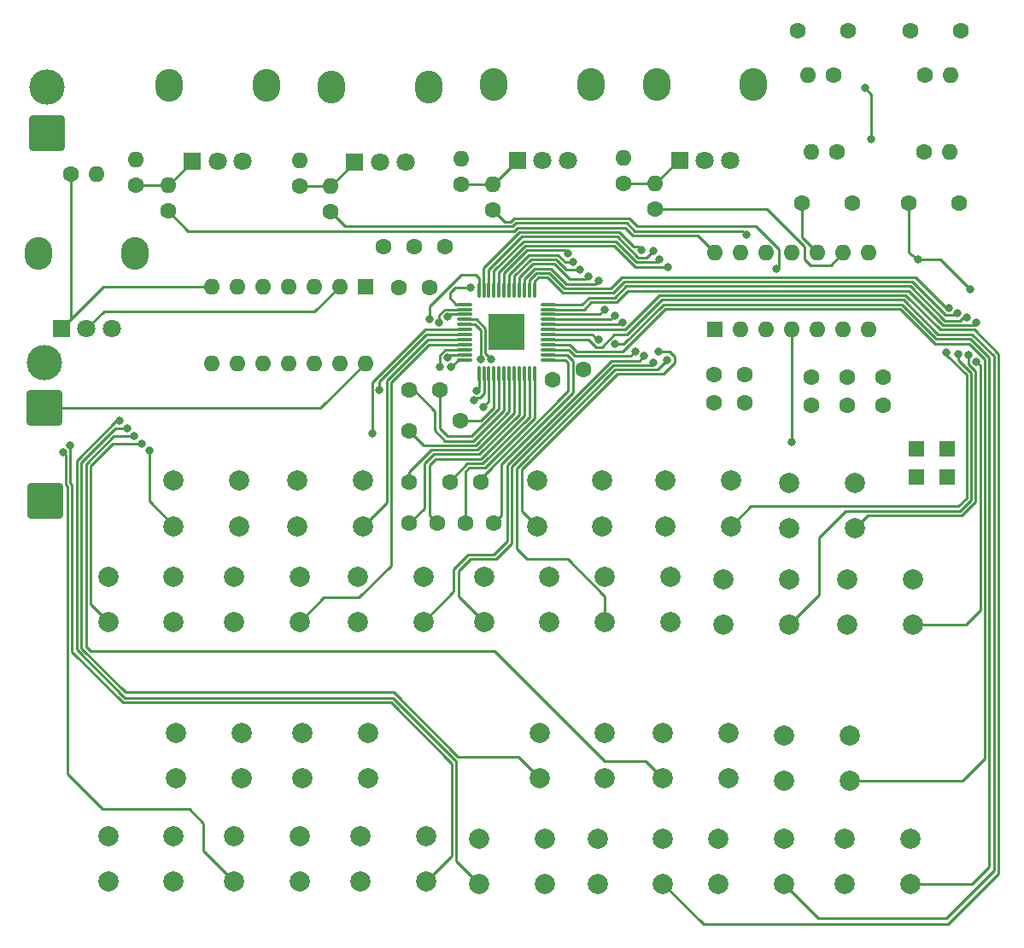
<source format=gbr>
%TF.GenerationSoftware,KiCad,Pcbnew,7.0.1-2.fc37*%
%TF.CreationDate,2023-04-06T11:21:41-04:00*%
%TF.ProjectId,synthesizer,73796e74-6865-4736-997a-65722e6b6963,rev?*%
%TF.SameCoordinates,Original*%
%TF.FileFunction,Copper,L1,Top*%
%TF.FilePolarity,Positive*%
%FSLAX46Y46*%
G04 Gerber Fmt 4.6, Leading zero omitted, Abs format (unit mm)*
G04 Created by KiCad (PCBNEW 7.0.1-2.fc37) date 2023-04-06 11:21:41*
%MOMM*%
%LPD*%
G01*
G04 APERTURE LIST*
G04 Aperture macros list*
%AMRoundRect*
0 Rectangle with rounded corners*
0 $1 Rounding radius*
0 $2 $3 $4 $5 $6 $7 $8 $9 X,Y pos of 4 corners*
0 Add a 4 corners polygon primitive as box body*
4,1,4,$2,$3,$4,$5,$6,$7,$8,$9,$2,$3,0*
0 Add four circle primitives for the rounded corners*
1,1,$1+$1,$2,$3*
1,1,$1+$1,$4,$5*
1,1,$1+$1,$6,$7*
1,1,$1+$1,$8,$9*
0 Add four rect primitives between the rounded corners*
20,1,$1+$1,$2,$3,$4,$5,0*
20,1,$1+$1,$4,$5,$6,$7,0*
20,1,$1+$1,$6,$7,$8,$9,0*
20,1,$1+$1,$8,$9,$2,$3,0*%
G04 Aperture macros list end*
%TA.AperFunction,ComponentPad*%
%ADD10C,2.000000*%
%TD*%
%TA.AperFunction,ComponentPad*%
%ADD11C,1.600000*%
%TD*%
%TA.AperFunction,ComponentPad*%
%ADD12RoundRect,0.250000X-0.550000X-0.550000X0.550000X-0.550000X0.550000X0.550000X-0.550000X0.550000X0*%
%TD*%
%TA.AperFunction,ComponentPad*%
%ADD13O,1.600000X1.600000*%
%TD*%
%TA.AperFunction,ComponentPad*%
%ADD14R,1.600000X1.600000*%
%TD*%
%TA.AperFunction,ComponentPad*%
%ADD15O,2.720000X3.240000*%
%TD*%
%TA.AperFunction,ComponentPad*%
%ADD16R,1.800000X1.800000*%
%TD*%
%TA.AperFunction,ComponentPad*%
%ADD17C,1.800000*%
%TD*%
%TA.AperFunction,ComponentPad*%
%ADD18C,3.500000*%
%TD*%
%TA.AperFunction,SMDPad,CuDef*%
%ADD19RoundRect,0.075000X-0.662500X-0.075000X0.662500X-0.075000X0.662500X0.075000X-0.662500X0.075000X0*%
%TD*%
%TA.AperFunction,SMDPad,CuDef*%
%ADD20RoundRect,0.075000X-0.075000X-0.662500X0.075000X-0.662500X0.075000X0.662500X-0.075000X0.662500X0*%
%TD*%
%TA.AperFunction,SMDPad,CuDef*%
%ADD21R,3.600000X3.600000*%
%TD*%
%TA.AperFunction,ComponentPad*%
%ADD22RoundRect,0.250002X-1.499998X-1.499998X1.499998X-1.499998X1.499998X1.499998X-1.499998X1.499998X0*%
%TD*%
%TA.AperFunction,ViaPad*%
%ADD23C,0.800000*%
%TD*%
%TA.AperFunction,Conductor*%
%ADD24C,0.250000*%
%TD*%
G04 APERTURE END LIST*
D10*
%TO.P,F#_4,1,1*%
%TO.N,/3v3*%
X79250000Y-105000000D03*
X85750000Y-105000000D03*
%TO.P,F#_4,2,2*%
%TO.N,/P3.2*%
X79250000Y-109500000D03*
X85750000Y-109500000D03*
%TD*%
D11*
%TO.P,C_Sin1,1*%
%TO.N,/Sine_Analog*%
X121145000Y-77470000D03*
%TO.P,C_Sin1,2*%
%TO.N,/GND*%
X116145000Y-77470000D03*
%TD*%
D10*
%TO.P,D_3,1,1*%
%TO.N,/3v3*%
X49250000Y-140250000D03*
X55750000Y-140250000D03*
%TO.P,D_3,2,2*%
%TO.N,/P1.2*%
X49250000Y-144750000D03*
X55750000Y-144750000D03*
%TD*%
D12*
%TO.P,3v3,1*%
%TO.N,/3v3*%
X116840000Y-101854000D03*
%TD*%
D11*
%TO.P,R3,1*%
%TO.N,/Sine_Isolated*%
X42700000Y-78240000D03*
D13*
%TO.P,R3,2*%
%TO.N,/Sine_Divided*%
X42700000Y-75700000D03*
%TD*%
D14*
%TO.P,U2,1,BIAS*%
%TO.N,unconnected-(U2A-BIAS-Pad1)*%
X62230000Y-85725000D03*
D13*
%TO.P,U2,2*%
%TO.N,/Audio_Out*%
X59690000Y-85725000D03*
%TO.P,U2,3,GND*%
%TO.N,/GND*%
X57150000Y-85725000D03*
%TO.P,U2,4,GND*%
X54610000Y-85725000D03*
%TO.P,U2,5,GND*%
X52070000Y-85725000D03*
%TO.P,U2,6,+*%
%TO.N,/Mixed*%
X49530000Y-85725000D03*
%TO.P,U2,7,-*%
%TO.N,Net-(U2A--)*%
X46990000Y-85725000D03*
%TO.P,U2,8,-*%
%TO.N,unconnected-(U2B---Pad8)*%
X46990000Y-93345000D03*
%TO.P,U2,9,+*%
%TO.N,unconnected-(U2B-+-Pad9)*%
X49530000Y-93345000D03*
%TO.P,U2,10,GND*%
%TO.N,/GND*%
X52070000Y-93345000D03*
%TO.P,U2,11,GND*%
X54610000Y-93345000D03*
%TO.P,U2,12,GND*%
X57150000Y-93345000D03*
%TO.P,U2,13*%
%TO.N,unconnected-(U2-Pad13)*%
X59690000Y-93345000D03*
%TO.P,U2,14,V+*%
%TO.N,/9v*%
X62230000Y-93345000D03*
%TD*%
D10*
%TO.P,A#_4,1,1*%
%TO.N,/3v3*%
X104250000Y-105250000D03*
X110750000Y-105250000D03*
%TO.P,A#_4,2,2*%
%TO.N,/P3.6*%
X104250000Y-109750000D03*
X110750000Y-109750000D03*
%TD*%
%TO.P,C_4,1,1*%
%TO.N,/3v3*%
X36750000Y-114500000D03*
X43250000Y-114500000D03*
%TO.P,C_4,2,2*%
%TO.N,/P2.4*%
X36750000Y-119000000D03*
X43250000Y-119000000D03*
%TD*%
%TO.P,E_4,1,1*%
%TO.N,/3v3*%
X61500000Y-114500000D03*
X68000000Y-114500000D03*
%TO.P,E_4,2,2*%
%TO.N,/P3.0*%
X61500000Y-119000000D03*
X68000000Y-119000000D03*
%TD*%
D11*
%TO.P,R2,1*%
%TO.N,/Square_Isolated*%
X91000000Y-78045000D03*
D13*
%TO.P,R2,2*%
%TO.N,/Square_Divided*%
X91000000Y-75505000D03*
%TD*%
D11*
%TO.P,40,1*%
%TO.N,unconnected-(MSP430FR1-P5.3{slash}TB2TRG{slash}A11-Pad40)*%
X65532000Y-85852000D03*
%TD*%
%TO.P,20,1*%
%TO.N,unconnected-(MSP430FR1-P6.2{slash}TB3.3-Pad20)*%
X66600000Y-105156000D03*
%TD*%
D15*
%TO.P,R_Sine_Mix1,*%
%TO.N,*%
X42800000Y-65800000D03*
X52400000Y-65800000D03*
D16*
%TO.P,R_Sine_Mix1,1,1*%
%TO.N,/Sine_Divided*%
X45100000Y-73300000D03*
D17*
%TO.P,R_Sine_Mix1,2,2*%
%TO.N,/Mixed*%
X47600000Y-73300000D03*
%TO.P,R_Sine_Mix1,3,3*%
%TO.N,/GND*%
X50100000Y-73300000D03*
%TD*%
D11*
%TO.P,GND,1*%
%TO.N,/GND*%
X109982000Y-94742000D03*
%TD*%
%TO.P,GND,1*%
%TO.N,/GND*%
X113538000Y-97536000D03*
%TD*%
%TO.P,GND,1*%
%TO.N,/GND*%
X106426000Y-97536000D03*
%TD*%
%TO.P,24,1*%
%TO.N,/UART_MSP_RX*%
X72136000Y-109220000D03*
%TD*%
%TO.P,R7,1*%
%TO.N,/Sawtooth_Isolated*%
X58825000Y-78330000D03*
D13*
%TO.P,R7,2*%
%TO.N,/Sawtooth_Divided*%
X58825000Y-75790000D03*
%TD*%
D11*
%TO.P,18,1*%
%TO.N,unconnected-(MSP430FR1-P6.4{slash}TB3.5-Pad18)*%
X66600000Y-96012000D03*
%TD*%
%TO.P,GND,1*%
%TO.N,/GND*%
X109982000Y-97536000D03*
%TD*%
D12*
%TO.P,3v3,1*%
%TO.N,/3v3*%
X116840000Y-104648000D03*
%TD*%
D14*
%TO.P,U3,1*%
%TO.N,/Sawtooth_Isolated*%
X96920000Y-90020000D03*
D13*
%TO.P,U3,2,-*%
X99460000Y-90020000D03*
%TO.P,U3,3,+*%
%TO.N,/Sawtooth_Analog*%
X102000000Y-90020000D03*
%TO.P,U3,4,V+*%
%TO.N,/3v3*%
X104540000Y-90020000D03*
%TO.P,U3,5,+*%
%TO.N,/Triangle_Analog*%
X107080000Y-90020000D03*
%TO.P,U3,6,-*%
%TO.N,/Triangle_Isolated*%
X109620000Y-90020000D03*
%TO.P,U3,7*%
X112160000Y-90020000D03*
%TO.P,U3,8*%
%TO.N,/Square_Isolated*%
X112160000Y-82400000D03*
%TO.P,U3,9,-*%
X109620000Y-82400000D03*
%TO.P,U3,10,+*%
%TO.N,/Square_Analog*%
X107080000Y-82400000D03*
%TO.P,U3,11,V-*%
%TO.N,/GND*%
X104540000Y-82400000D03*
%TO.P,U3,12,+*%
%TO.N,/Sine_Analog*%
X102000000Y-82400000D03*
%TO.P,U3,13,-*%
%TO.N,/Sine_Isolated*%
X99460000Y-82400000D03*
%TO.P,U3,14*%
X96920000Y-82400000D03*
%TD*%
D10*
%TO.P,F#_3,1,1*%
%TO.N,/3v3*%
X79500000Y-130000000D03*
X86000000Y-130000000D03*
%TO.P,F#_3,2,2*%
%TO.N,/P1.6*%
X79500000Y-134500000D03*
X86000000Y-134500000D03*
%TD*%
D11*
%TO.P,16,1*%
%TO.N,unconnected-(MSP430FR1-P6.6{slash}TB3CLK-Pad16)*%
X71628000Y-99060000D03*
%TD*%
%TO.P,NC,1*%
%TO.N,N/C*%
X99822000Y-94488000D03*
%TD*%
%TO.P,41,1*%
%TO.N,unconnected-(MSP430FR1-P5.2{slash}TB2CLK{slash}A10-Pad41)*%
X70104000Y-81788000D03*
%TD*%
%TO.P,43,1*%
%TO.N,unconnected-(MSP430FR1-P5.0{slash}TB2.1{slash}MFM.RX{slash}A8-Pad43)*%
X64008000Y-81788000D03*
%TD*%
D10*
%TO.P,A_3,1,1*%
%TO.N,/3v3*%
X97250000Y-140500000D03*
X103750000Y-140500000D03*
%TO.P,A_3,2,2*%
%TO.N,/P2.1*%
X97250000Y-145000000D03*
X103750000Y-145000000D03*
%TD*%
D11*
%TO.P,C_Saw1,1*%
%TO.N,/Sawtooth_Analog*%
X121245000Y-60325000D03*
%TO.P,C_Saw1,2*%
%TO.N,/GND*%
X116245000Y-60325000D03*
%TD*%
%TO.P,R_Sq1,1*%
%TO.N,/Square_PWM*%
X108985000Y-72395000D03*
D13*
%TO.P,R_Sq1,2*%
%TO.N,/Square_Analog*%
X106445000Y-72395000D03*
%TD*%
D10*
%TO.P,B_3,1,1*%
%TO.N,/3v3*%
X109750000Y-140500000D03*
X116250000Y-140500000D03*
%TO.P,B_3,2,2*%
%TO.N,/P2.3*%
X109750000Y-145000000D03*
X116250000Y-145000000D03*
%TD*%
D15*
%TO.P,R_Triangle_Mix1,*%
%TO.N,*%
X75000000Y-65725000D03*
X84600000Y-65725000D03*
D16*
%TO.P,R_Triangle_Mix1,1,1*%
%TO.N,/Triangle_Divided*%
X77300000Y-73225000D03*
D17*
%TO.P,R_Triangle_Mix1,2,2*%
%TO.N,/Mixed*%
X79800000Y-73225000D03*
%TO.P,R_Triangle_Mix1,3,3*%
%TO.N,/GND*%
X82300000Y-73225000D03*
%TD*%
D10*
%TO.P,G#_3,1,1*%
%TO.N,/3v3*%
X91750000Y-130000000D03*
X98250000Y-130000000D03*
%TO.P,G#_3,2,2*%
%TO.N,/P2.0*%
X91750000Y-134500000D03*
X98250000Y-134500000D03*
%TD*%
%TO.P,A_4,1,1*%
%TO.N,/3v3*%
X97750000Y-114750000D03*
X104250000Y-114750000D03*
%TO.P,A_4,2,2*%
%TO.N,/P3.5*%
X97750000Y-119250000D03*
X104250000Y-119250000D03*
%TD*%
%TO.P,G_3,1,1*%
%TO.N,/3v3*%
X85250000Y-140500000D03*
X91750000Y-140500000D03*
%TO.P,G_3,2,2*%
%TO.N,/P1.7*%
X85250000Y-145000000D03*
X91750000Y-145000000D03*
%TD*%
D11*
%TO.P,4,1*%
%TO.N,unconnected-(MSP430FR1-TEST{slash}SBWTCK-Pad4)*%
X83820000Y-93980000D03*
%TD*%
D10*
%TO.P,F_3,1,1*%
%TO.N,/3v3*%
X73500000Y-140500000D03*
X80000000Y-140500000D03*
%TO.P,F_3,2,2*%
%TO.N,/P1.5*%
X73500000Y-145000000D03*
X80000000Y-145000000D03*
%TD*%
D18*
%TO.P,GND,1*%
%TO.N,/Audio_Out*%
X30700000Y-65900000D03*
%TD*%
D11*
%TO.P,GND,1*%
%TO.N,/GND*%
X106426000Y-94742000D03*
%TD*%
%TO.P,NC,1*%
%TO.N,N/C*%
X96774000Y-94488000D03*
%TD*%
D10*
%TO.P,D#_4,1,1*%
%TO.N,/3v3*%
X55500000Y-105000000D03*
X62000000Y-105000000D03*
%TO.P,D#_4,2,2*%
%TO.N,/P2.7*%
X55500000Y-109500000D03*
X62000000Y-109500000D03*
%TD*%
%TO.P,E_3,1,1*%
%TO.N,/3v3*%
X61750000Y-140250000D03*
X68250000Y-140250000D03*
%TO.P,E_3,2,2*%
%TO.N,/P1.4*%
X61750000Y-144750000D03*
X68250000Y-144750000D03*
%TD*%
D11*
%TO.P,19,1*%
%TO.N,unconnected-(MSP430FR1-P6.3{slash}TB3.4-Pad19)*%
X66600000Y-100076000D03*
%TD*%
D12*
%TO.P,3v3,1*%
%TO.N,/3v3*%
X119888000Y-104648000D03*
%TD*%
D11*
%TO.P,23,1*%
%TO.N,/UART_MSP_TX*%
X70612000Y-105156000D03*
%TD*%
%TO.P,26,1*%
%TO.N,unconnected-(MSP430FR1-P4.0{slash}UCA1STE{slash}ISOTXD{slash}ISORXD-Pad26)*%
X74930000Y-109220000D03*
%TD*%
%TO.P,R8,1*%
%TO.N,/Sawtooth_Divided*%
X55700000Y-75745000D03*
D13*
%TO.P,R8,2*%
%TO.N,/GND*%
X55700000Y-73205000D03*
%TD*%
D11*
%TO.P,R_Saw1,1*%
%TO.N,/Sawtooth_PWM*%
X117700000Y-64770000D03*
D13*
%TO.P,R_Saw1,2*%
%TO.N,/Sawtooth_Analog*%
X120240000Y-64770000D03*
%TD*%
D11*
%TO.P,R_Sin1,1*%
%TO.N,/Sine_PWM*%
X117600000Y-72400000D03*
D13*
%TO.P,R_Sin1,2*%
%TO.N,/Sine_Analog*%
X120140000Y-72400000D03*
%TD*%
D11*
%TO.P,R1,1*%
%TO.N,/Square_Divided*%
X87800000Y-75540000D03*
D13*
%TO.P,R1,2*%
%TO.N,/GND*%
X87800000Y-73000000D03*
%TD*%
D11*
%TO.P,R_T1,1*%
%TO.N,/Triangle_PWM*%
X108645000Y-64770000D03*
D13*
%TO.P,R_T1,2*%
%TO.N,/Triangle_Analog*%
X106105000Y-64770000D03*
%TD*%
D10*
%TO.P,G_4,1,1*%
%TO.N,/3v3*%
X86000000Y-114500000D03*
X92500000Y-114500000D03*
%TO.P,G_4,2,2*%
%TO.N,/P3.3*%
X86000000Y-119000000D03*
X92500000Y-119000000D03*
%TD*%
D11*
%TO.P,C_T1,1*%
%TO.N,/Triangle_Analog*%
X105100000Y-60325000D03*
%TO.P,C_T1,2*%
%TO.N,/GND*%
X110100000Y-60325000D03*
%TD*%
%TO.P,R6,1*%
%TO.N,/Triangle_Divided*%
X71700000Y-75565000D03*
D13*
%TO.P,R6,2*%
%TO.N,/GND*%
X71700000Y-73025000D03*
%TD*%
D19*
%TO.P,MSP430FR1,1,P1.2/UCB0SIMO/UCB0SDA/TB0TRG/OA0-/A2/Veref-*%
%TO.N,/P1.2*%
X72077500Y-87500000D03*
%TO.P,MSP430FR1,2,P1.1/UCB0CLK/ACLK/OA0O/COMP0.1/A1*%
%TO.N,/P1.1*%
X72077500Y-88000000D03*
%TO.P,MSP430FR1,3,P1.0/UCB0STE/SMCLK/COMP0.0/A0/Veref+*%
%TO.N,/P1.0*%
X72077500Y-88500000D03*
%TO.P,MSP430FR1,4,TEST/SBWTCK*%
%TO.N,unconnected-(MSP430FR1-TEST{slash}SBWTCK-Pad4)*%
X72077500Y-89000000D03*
%TO.P,MSP430FR1,5,RST/NMI/SBWTDIO*%
%TO.N,unconnected-(MSP430FR1-RST{slash}NMI{slash}SBWTDIO-Pad5)*%
X72077500Y-89500000D03*
%TO.P,MSP430FR1,6,DVCC*%
%TO.N,/3v3*%
X72077500Y-90000000D03*
%TO.P,MSP430FR1,7,DVSS*%
%TO.N,/GND*%
X72077500Y-90500000D03*
%TO.P,MSP430FR1,8,P2.7/TB0CLK/XIN*%
%TO.N,/P2.7*%
X72077500Y-91000000D03*
%TO.P,MSP430FR1,9,P2.6/MCLK/XOUT*%
%TO.N,/P2.6*%
X72077500Y-91500000D03*
%TO.P,MSP430FR1,10,P2.5/COMP1.0*%
%TO.N,/P2.5*%
X72077500Y-92000000D03*
%TO.P,MSP430FR1,11,P2.4/COMP1.1*%
%TO.N,/P2.4*%
X72077500Y-92500000D03*
%TO.P,MSP430FR1,12,P4.7/UCB1SOMI/UCB1SCL*%
%TO.N,/Square_PWM*%
X72077500Y-93000000D03*
D20*
%TO.P,MSP430FR1,13,P4.6/UCB1SIMO/UCB1SDA*%
%TO.N,/Triangle_PWM*%
X73490000Y-94412500D03*
%TO.P,MSP430FR1,14,P4.5/UCB1CLK*%
%TO.N,/Sawtooth_PWM*%
X73990000Y-94412500D03*
%TO.P,MSP430FR1,15,P4.4/UCB1STE*%
%TO.N,/Sine_PWM*%
X74490000Y-94412500D03*
%TO.P,MSP430FR1,16,P6.6/TB3CLK*%
%TO.N,unconnected-(MSP430FR1-P6.6{slash}TB3CLK-Pad16)*%
X74990000Y-94412500D03*
%TO.P,MSP430FR1,17,P6.5/TB3.6*%
%TO.N,unconnected-(MSP430FR1-P6.5{slash}TB3.6-Pad17)*%
X75490000Y-94412500D03*
%TO.P,MSP430FR1,18,P6.4/TB3.5*%
%TO.N,unconnected-(MSP430FR1-P6.4{slash}TB3.5-Pad18)*%
X75990000Y-94412500D03*
%TO.P,MSP430FR1,19,P6.3/TB3.4*%
%TO.N,unconnected-(MSP430FR1-P6.3{slash}TB3.4-Pad19)*%
X76490000Y-94412500D03*
%TO.P,MSP430FR1,20,P6.2/TB3.3*%
%TO.N,unconnected-(MSP430FR1-P6.2{slash}TB3.3-Pad20)*%
X76990000Y-94412500D03*
%TO.P,MSP430FR1,21,P6.1/TB3.2*%
%TO.N,unconnected-(MSP430FR1-P6.1{slash}TB3.2-Pad21)*%
X77490000Y-94412500D03*
%TO.P,MSP430FR1,22,P6.0/TB3.1*%
%TO.N,unconnected-(MSP430FR1-P6.0{slash}TB3.1-Pad22)*%
X77990000Y-94412500D03*
%TO.P,MSP430FR1,23,P4.3/UCA1TXD/UCA1SIMO/UCA1TXD*%
%TO.N,/UART_MSP_TX*%
X78490000Y-94412500D03*
%TO.P,MSP430FR1,24,P4.2/UCA1RXD/UCA1SOMI/UCA1RXD*%
%TO.N,/UART_MSP_RX*%
X78990000Y-94412500D03*
D19*
%TO.P,MSP430FR1,25,P4.1/UCA1CLK*%
%TO.N,unconnected-(MSP430FR1-P4.1{slash}UCA1CLK-Pad25)*%
X80402500Y-93000000D03*
%TO.P,MSP430FR1,26,P4.0/UCA1STE/ISOTXD/ISORXD*%
%TO.N,unconnected-(MSP430FR1-P4.0{slash}UCA1STE{slash}ISOTXD{slash}ISORXD-Pad26)*%
X80402500Y-92500000D03*
%TO.P,MSP430FR1,27,P2.3/TB1TRG*%
%TO.N,/P2.3*%
X80402500Y-92000000D03*
%TO.P,MSP430FR1,28,P2.2/TB1CLK*%
%TO.N,/P2.2*%
X80402500Y-91500000D03*
%TO.P,MSP430FR1,29,P2.1/TB1.2/COMP1.O*%
%TO.N,/P2.1*%
X80402500Y-91000000D03*
%TO.P,MSP430FR1,30,P2.0/TB1.1/COMP0.O*%
%TO.N,/P2.0*%
X80402500Y-90500000D03*
%TO.P,MSP430FR1,31,P1.7/UCA0TXD/UCA0SIMO/TB0.2/TDO/A7/VREF+*%
%TO.N,/P1.7*%
X80402500Y-90000000D03*
%TO.P,MSP430FR1,32,P1.6/UCA0RXD/UCA0SOMI/TB0.1/TDI/TCLK/A6*%
%TO.N,/P1.6*%
X80402500Y-89500000D03*
%TO.P,MSP430FR1,33,P1.5/UCA0CLK/TMS/A5*%
%TO.N,/P1.5*%
X80402500Y-89000000D03*
%TO.P,MSP430FR1,34,P1.4/UCA0STE/TCK/A4*%
%TO.N,/P1.4*%
X80402500Y-88500000D03*
%TO.P,MSP430FR1,35,P3.7*%
%TO.N,/P3.7*%
X80402500Y-88000000D03*
%TO.P,MSP430FR1,36,P3.6*%
%TO.N,/P3.6*%
X80402500Y-87500000D03*
D20*
%TO.P,MSP430FR1,37,P3.5*%
%TO.N,/P3.5*%
X78990000Y-86087500D03*
%TO.P,MSP430FR1,38,P3.4/SMCLK*%
%TO.N,/P3.4*%
X78490000Y-86087500D03*
%TO.P,MSP430FR1,39,P5.4*%
%TO.N,unconnected-(MSP430FR1-P5.4-Pad39)*%
X77990000Y-86087500D03*
%TO.P,MSP430FR1,40,P5.3/TB2TRG/A11*%
%TO.N,unconnected-(MSP430FR1-P5.3{slash}TB2TRG{slash}A11-Pad40)*%
X77490000Y-86087500D03*
%TO.P,MSP430FR1,41,P5.2/TB2CLK/A10*%
%TO.N,unconnected-(MSP430FR1-P5.2{slash}TB2CLK{slash}A10-Pad41)*%
X76990000Y-86087500D03*
%TO.P,MSP430FR1,42,P5.1/TB2.2/MFM.TX/A9*%
%TO.N,unconnected-(MSP430FR1-P5.1{slash}TB2.2{slash}MFM.TX{slash}A9-Pad42)*%
X76490000Y-86087500D03*
%TO.P,MSP430FR1,43,P5.0/TB2.1/MFM.RX/A8*%
%TO.N,unconnected-(MSP430FR1-P5.0{slash}TB2.1{slash}MFM.RX{slash}A8-Pad43)*%
X75990000Y-86087500D03*
%TO.P,MSP430FR1,44,P3.3*%
%TO.N,/P3.3*%
X75490000Y-86087500D03*
%TO.P,MSP430FR1,45,P3.2*%
%TO.N,/P3.2*%
X74990000Y-86087500D03*
%TO.P,MSP430FR1,46,P3.1*%
%TO.N,/P3.1*%
X74490000Y-86087500D03*
%TO.P,MSP430FR1,47,P3.0/MCLK*%
%TO.N,/P3.0*%
X73990000Y-86087500D03*
%TO.P,MSP430FR1,48,1.3/UCB0SOMI/UCB0SCL/A3*%
%TO.N,/P1.3*%
X73490000Y-86087500D03*
D21*
%TO.P,MSP430FR1,49*%
%TO.N,N/C*%
X76240000Y-90250000D03*
%TD*%
D11*
%TO.P,42,1*%
%TO.N,unconnected-(MSP430FR1-P5.1{slash}TB2.2{slash}MFM.TX{slash}A9-Pad42)*%
X67056000Y-81788000D03*
%TD*%
D10*
%TO.P,G#_4,1,1*%
%TO.N,/3v3*%
X92000000Y-105000000D03*
X98500000Y-105000000D03*
%TO.P,G#_4,2,2*%
%TO.N,/P3.4*%
X92000000Y-109500000D03*
X98500000Y-109500000D03*
%TD*%
%TO.P,D#_3,1,1*%
%TO.N,/3v3*%
X56000000Y-130000000D03*
X62500000Y-130000000D03*
%TO.P,D#_3,2,2*%
%TO.N,/P1.3*%
X56000000Y-134500000D03*
X62500000Y-134500000D03*
%TD*%
D15*
%TO.P,R_Volume1,*%
%TO.N,*%
X29800000Y-82425000D03*
X39400000Y-82425000D03*
D16*
%TO.P,R_Volume1,1,1*%
%TO.N,Net-(U2A--)*%
X32100000Y-89925000D03*
D17*
%TO.P,R_Volume1,2,2*%
%TO.N,/Audio_Out*%
X34600000Y-89925000D03*
%TO.P,R_Volume1,3,3*%
%TO.N,unconnected-(R_Volume1-Pad3)*%
X37100000Y-89925000D03*
%TD*%
D11*
%TO.P,R4,1*%
%TO.N,/Sine_Divided*%
X39500000Y-75640000D03*
D13*
%TO.P,R4,2*%
%TO.N,/GND*%
X39500000Y-73100000D03*
%TD*%
D22*
%TO.P,Audio Out,1*%
%TO.N,/Audio_Out*%
X30700000Y-70500000D03*
%TD*%
D18*
%TO.P,GND,1*%
%TO.N,/GND*%
X30400000Y-93300000D03*
%TD*%
D10*
%TO.P,C#_3,1,1*%
%TO.N,/3v3*%
X43500000Y-130000000D03*
X50000000Y-130000000D03*
%TO.P,C#_3,2,2*%
%TO.N,/P1.1*%
X43500000Y-134500000D03*
X50000000Y-134500000D03*
%TD*%
D15*
%TO.P,P_Square_Mix1,*%
%TO.N,*%
X91100000Y-65700000D03*
X100700000Y-65700000D03*
D16*
%TO.P,P_Square_Mix1,1,1*%
%TO.N,/Square_Divided*%
X93400000Y-73200000D03*
D17*
%TO.P,P_Square_Mix1,2,2*%
%TO.N,/Mixed*%
X95900000Y-73200000D03*
%TO.P,P_Square_Mix1,3,3*%
%TO.N,/GND*%
X98400000Y-73200000D03*
%TD*%
D10*
%TO.P,A#_3,1,1*%
%TO.N,/3v3*%
X103750000Y-130250000D03*
X110250000Y-130250000D03*
%TO.P,A#_3,2,2*%
%TO.N,/P2.2*%
X103750000Y-134750000D03*
X110250000Y-134750000D03*
%TD*%
%TO.P,B_4,1,1*%
%TO.N,/3v3*%
X110000000Y-114750000D03*
X116500000Y-114750000D03*
%TO.P,B_4,2,2*%
%TO.N,/P3.7*%
X110000000Y-119250000D03*
X116500000Y-119250000D03*
%TD*%
D12*
%TO.P,3v3,1*%
%TO.N,/3v3*%
X119888000Y-101854000D03*
%TD*%
D15*
%TO.P,R_Sawtooth_Mix1,*%
%TO.N,*%
X58900000Y-65925000D03*
X68500000Y-65925000D03*
D16*
%TO.P,R_Sawtooth_Mix1,1,1*%
%TO.N,/Sawtooth_Divided*%
X61200000Y-73425000D03*
D17*
%TO.P,R_Sawtooth_Mix1,2,2*%
%TO.N,/Mixed*%
X63700000Y-73425000D03*
%TO.P,R_Sawtooth_Mix1,3,3*%
%TO.N,/GND*%
X66200000Y-73425000D03*
%TD*%
D10*
%TO.P,C_3,1,1*%
%TO.N,/3v3*%
X36750000Y-140250000D03*
X43250000Y-140250000D03*
%TO.P,C_3,2,2*%
%TO.N,/P1.0*%
X36750000Y-144750000D03*
X43250000Y-144750000D03*
%TD*%
%TO.P,D_4,1,1*%
%TO.N,/3v3*%
X49250000Y-114500000D03*
X55750000Y-114500000D03*
%TO.P,D_4,2,2*%
%TO.N,/P2.6*%
X49250000Y-119000000D03*
X55750000Y-119000000D03*
%TD*%
D11*
%TO.P,GND,1*%
%TO.N,/GND*%
X113538000Y-94742000D03*
%TD*%
D22*
%TO.P,3.3v,1*%
%TO.N,/3v3*%
X30500000Y-107000000D03*
%TD*%
D11*
%TO.P,R9,1*%
%TO.N,Net-(U2A--)*%
X33060000Y-74600000D03*
D13*
%TO.P,R9,2*%
%TO.N,/GND*%
X35600000Y-74600000D03*
%TD*%
D11*
%TO.P,22,1*%
%TO.N,unconnected-(MSP430FR1-P6.0{slash}TB3.1-Pad22)*%
X69342000Y-109220000D03*
%TD*%
%TO.P,5,1*%
%TO.N,unconnected-(MSP430FR1-RST{slash}NMI{slash}SBWTDIO-Pad5)*%
X80772000Y-94996000D03*
%TD*%
%TO.P,C_Sq1,1*%
%TO.N,/Square_Analog*%
X105490000Y-77470000D03*
%TO.P,C_Sq1,2*%
%TO.N,/GND*%
X110490000Y-77470000D03*
%TD*%
D10*
%TO.P,C#_4,1,1*%
%TO.N,/3v3*%
X43250000Y-105000000D03*
X49750000Y-105000000D03*
%TO.P,C#_4,2,2*%
%TO.N,/P2.5*%
X43250000Y-109500000D03*
X49750000Y-109500000D03*
%TD*%
D11*
%TO.P,25,1*%
%TO.N,unconnected-(MSP430FR1-P4.1{slash}UCA1CLK-Pad25)*%
X73660000Y-105156000D03*
%TD*%
%TO.P,39,1*%
%TO.N,unconnected-(MSP430FR1-P5.4-Pad39)*%
X68580000Y-85852000D03*
%TD*%
D10*
%TO.P,F_4,1,1*%
%TO.N,/3v3*%
X74000000Y-114500000D03*
X80500000Y-114500000D03*
%TO.P,F_4,2,2*%
%TO.N,/P3.1*%
X74000000Y-119000000D03*
X80500000Y-119000000D03*
%TD*%
D11*
%TO.P,R5,1*%
%TO.N,/Triangle_Isolated*%
X74900000Y-78165000D03*
D13*
%TO.P,R5,2*%
%TO.N,/Triangle_Divided*%
X74900000Y-75625000D03*
%TD*%
D22*
%TO.P,9v,1*%
%TO.N,/9v*%
X30400000Y-97800000D03*
%TD*%
D11*
%TO.P,17,1*%
%TO.N,unconnected-(MSP430FR1-P6.5{slash}TB3.6-Pad17)*%
X69596000Y-96012000D03*
%TD*%
%TO.P,21,1*%
%TO.N,unconnected-(MSP430FR1-P6.1{slash}TB3.2-Pad21)*%
X66600000Y-109220000D03*
%TD*%
%TO.P,NC,1*%
%TO.N,N/C*%
X96774000Y-97282000D03*
%TD*%
%TO.P,NC,1*%
%TO.N,N/C*%
X99822000Y-97282000D03*
%TD*%
D23*
%TO.N,/3v3*%
X62900500Y-100300500D03*
X104540000Y-101200000D03*
%TO.N,/P3.6*%
X122075500Y-92500150D03*
X121875837Y-88825500D03*
%TO.N,/P3.5*%
X120898330Y-88375500D03*
X121000000Y-92400000D03*
%TO.N,/P2.3*%
X89009374Y-92148961D03*
X86999403Y-91450500D03*
%TO.N,/P3.7*%
X122833107Y-93166893D03*
X122810632Y-89306794D03*
%TO.N,/P1.1*%
X69559571Y-89275500D03*
%TO.N,/P2.5*%
X69600000Y-93692698D03*
X40800000Y-102000000D03*
%TO.N,/P1.0*%
X70400000Y-88734500D03*
%TO.N,/P2.4*%
X70400000Y-92800000D03*
X40075500Y-101293245D03*
%TO.N,/P1.3*%
X68623916Y-88924000D03*
%TO.N,/P1.2*%
X32251000Y-102200000D03*
X72644000Y-85852000D03*
%TO.N,/P1.4*%
X86000000Y-88000000D03*
X32975500Y-101461874D03*
%TO.N,/P3.0*%
X89875500Y-92647792D03*
X89600000Y-82125500D03*
%TO.N,/P1.6*%
X38626500Y-99837701D03*
X87736683Y-89275500D03*
%TO.N,/P3.2*%
X91324500Y-92200000D03*
X91400000Y-83075500D03*
%TO.N,/P1.5*%
X87000000Y-88600000D03*
X37902000Y-99081665D03*
%TO.N,/P3.1*%
X90817700Y-93250500D03*
X90800000Y-82200000D03*
%TO.N,/P2.0*%
X39351000Y-100562201D03*
X85400000Y-91000000D03*
%TO.N,/P3.4*%
X119870149Y-92245096D03*
X120058158Y-87834098D03*
%TO.N,/P3.3*%
X92187701Y-93012299D03*
X92200000Y-83800000D03*
%TO.N,unconnected-(MSP430FR1-TEST{slash}SBWTCK-Pad4)*%
X74676000Y-92964000D03*
%TO.N,/GND*%
X111760000Y-66040000D03*
X122200000Y-86000000D03*
X112395000Y-71120000D03*
X63625500Y-95974500D03*
X117000000Y-83000000D03*
%TO.N,unconnected-(MSP430FR1-RST{slash}NMI{slash}SBWTDIO-Pad5)*%
X73660000Y-92964000D03*
%TO.N,/Square_PWM*%
X70716070Y-93748211D03*
%TO.N,/Triangle_PWM*%
X73265500Y-96055000D03*
%TO.N,/Sawtooth_PWM*%
X73024500Y-97025012D03*
%TO.N,/Sine_PWM*%
X73913065Y-97694500D03*
%TO.N,unconnected-(MSP430FR1-P5.4-Pad39)*%
X85344000Y-85185500D03*
%TO.N,unconnected-(MSP430FR1-P5.3{slash}TB2TRG{slash}A11-Pad40)*%
X84328000Y-84735500D03*
%TO.N,unconnected-(MSP430FR1-P5.2{slash}TB2CLK{slash}A10-Pad41)*%
X83510755Y-84018755D03*
%TO.N,unconnected-(MSP430FR1-P5.1{slash}TB2.2{slash}MFM.TX{slash}A9-Pad42)*%
X82804000Y-83312000D03*
%TO.N,unconnected-(MSP430FR1-P5.0{slash}TB2.1{slash}MFM.RX{slash}A8-Pad43)*%
X82296000Y-82410500D03*
%TO.N,/Sawtooth_Isolated*%
X100000000Y-80600000D03*
%TO.N,/Triangle_Isolated*%
X103000000Y-84000000D03*
%TD*%
D24*
%TO.N,/3v3*%
X62900500Y-95263104D02*
X62900500Y-95686847D01*
X68163604Y-90000000D02*
X62900500Y-95263104D01*
X104540000Y-90020000D02*
X104540000Y-101200000D01*
X72077500Y-90000000D02*
X68163604Y-90000000D01*
X62900500Y-100300500D02*
X62900500Y-95674195D01*
%TO.N,/P2.2*%
X121450000Y-134750000D02*
X110250000Y-134750000D01*
X91996676Y-87950000D02*
X115240812Y-87950000D01*
X123650000Y-92959188D02*
X123650000Y-132550000D01*
X82500000Y-91500000D02*
X83175000Y-92175000D01*
X115240812Y-87950000D02*
X118690812Y-91400000D01*
X87771676Y-92175000D02*
X91996676Y-87950000D01*
X122090812Y-91400000D02*
X123650000Y-92959188D01*
X87425000Y-92175000D02*
X87771676Y-92175000D01*
X80330000Y-91500000D02*
X82500000Y-91500000D01*
X83175000Y-92175000D02*
X87425000Y-92175000D01*
X123650000Y-132550000D02*
X121450000Y-134750000D01*
X118690812Y-91400000D02*
X122090812Y-91400000D01*
%TO.N,/P3.6*%
X121875837Y-88825500D02*
X121623330Y-88572993D01*
X83707145Y-87560000D02*
X81265685Y-87560000D01*
X122075500Y-93434591D02*
X122750000Y-94109091D01*
X122750000Y-107086396D02*
X121386396Y-108450000D01*
X81205685Y-87500000D02*
X80330000Y-87500000D01*
X121623330Y-88572993D02*
X121623330Y-88675805D01*
X122075500Y-92500150D02*
X122075500Y-93434591D01*
X116262359Y-85700000D02*
X88072884Y-85700000D01*
X84442145Y-86825000D02*
X83707145Y-87560000D01*
X88072884Y-85700000D02*
X86947884Y-86825000D01*
X121623330Y-88675805D02*
X121198635Y-89100500D01*
X121386396Y-108450000D02*
X112050000Y-108450000D01*
X119662859Y-89100500D02*
X116262359Y-85700000D01*
X122750000Y-94109091D02*
X122750000Y-107086396D01*
X81265685Y-87560000D02*
X81205685Y-87500000D01*
X121198635Y-89100500D02*
X119662859Y-89100500D01*
X86947884Y-86825000D02*
X84442145Y-86825000D01*
X112050000Y-108450000D02*
X110750000Y-109750000D01*
%TO.N,/P2.1*%
X124550000Y-143650000D02*
X124550000Y-92586396D01*
X107150000Y-148400000D02*
X119800000Y-148400000D01*
X119800000Y-148400000D02*
X124550000Y-143650000D01*
X84384695Y-91010000D02*
X80330000Y-91010000D01*
X88183231Y-90490653D02*
X86933945Y-90490653D01*
X91623884Y-87050000D02*
X88183231Y-90490653D01*
X115613604Y-87050000D02*
X91623884Y-87050000D01*
X85099695Y-91725000D02*
X84384695Y-91010000D01*
X103750000Y-145000000D02*
X107150000Y-148400000D01*
X85699598Y-91725000D02*
X85099695Y-91725000D01*
X124550000Y-92586396D02*
X122414104Y-90450500D01*
X86933945Y-90490653D02*
X85699598Y-91725000D01*
X122414104Y-90450500D02*
X119014104Y-90450500D01*
X119014104Y-90450500D02*
X115613604Y-87050000D01*
%TO.N,/P3.5*%
X121200000Y-108000000D02*
X109800000Y-108000000D01*
X120714732Y-88559098D02*
X119757853Y-88559098D01*
X122300000Y-106900000D02*
X121200000Y-108000000D01*
X122300000Y-94295487D02*
X122300000Y-106900000D01*
X80264000Y-84836000D02*
X79400396Y-84836000D01*
X107200000Y-110600000D02*
X107200000Y-116300000D01*
X121000000Y-92400000D02*
X121000000Y-92995487D01*
X121000000Y-92995487D02*
X122300000Y-94295487D01*
X81788000Y-86360000D02*
X80264000Y-84836000D01*
X107200000Y-116300000D02*
X104250000Y-119250000D01*
X109800000Y-108000000D02*
X107200000Y-110600000D01*
X86776488Y-86360000D02*
X81788000Y-86360000D01*
X79000000Y-85236396D02*
X79000000Y-86160000D01*
X119757853Y-88559098D02*
X116448755Y-85250000D01*
X120898330Y-88375500D02*
X120714732Y-88559098D01*
X87886488Y-85250000D02*
X86776488Y-86360000D01*
X79400396Y-84836000D02*
X79000000Y-85236396D01*
X116448755Y-85250000D02*
X87886488Y-85250000D01*
%TO.N,/P2.3*%
X87859780Y-91450500D02*
X91810280Y-87500000D01*
X124100000Y-92772792D02*
X124100000Y-143300000D01*
X91810280Y-87500000D02*
X115427208Y-87500000D01*
X115427208Y-87500000D02*
X118827708Y-90900500D01*
X82988604Y-92625000D02*
X82373604Y-92010000D01*
X122400000Y-145000000D02*
X116250000Y-145000000D01*
X82373604Y-92010000D02*
X80330000Y-92010000D01*
X124100000Y-143300000D02*
X122400000Y-145000000D01*
X122227708Y-90900500D02*
X124100000Y-92772792D01*
X89009374Y-92148961D02*
X88533335Y-92625000D01*
X88533335Y-92625000D02*
X82988604Y-92625000D01*
X118827708Y-90900500D02*
X122227708Y-90900500D01*
X86999403Y-91450500D02*
X87859780Y-91450500D01*
%TO.N,/P3.7*%
X84628541Y-87275000D02*
X83893541Y-88010000D01*
X119476463Y-89550500D02*
X116075963Y-86150000D01*
X123200000Y-117800000D02*
X121750000Y-119250000D01*
X123200000Y-93533786D02*
X123200000Y-117800000D01*
X116075963Y-86150000D02*
X88259280Y-86150000D01*
X122810632Y-89306794D02*
X122566926Y-89550500D01*
X87134280Y-87275000D02*
X84628541Y-87275000D01*
X88259280Y-86150000D02*
X87134280Y-87275000D01*
X121750000Y-119250000D02*
X116500000Y-119250000D01*
X83893541Y-88010000D02*
X80330000Y-88010000D01*
X122566926Y-89550500D02*
X119476463Y-89550500D01*
X122833107Y-93166893D02*
X123200000Y-93533786D01*
%TO.N,/P1.1*%
X70099195Y-88010000D02*
X72150000Y-88010000D01*
X69559571Y-89275500D02*
X69559571Y-88549624D01*
X69559571Y-88549624D02*
X70099195Y-88010000D01*
%TO.N,/P2.5*%
X40800000Y-102000000D02*
X40800000Y-107000000D01*
X70164695Y-92010000D02*
X72150000Y-92010000D01*
X69600000Y-92574695D02*
X70164695Y-92010000D01*
X40800000Y-107000000D02*
X43250000Y-109450000D01*
X69600000Y-93692698D02*
X69600000Y-92574695D01*
X43250000Y-109450000D02*
X43250000Y-109500000D01*
%TO.N,/P1.0*%
X70634500Y-88500000D02*
X72150000Y-88500000D01*
X70400000Y-88734500D02*
X70634500Y-88500000D01*
%TO.N,/P2.4*%
X37229450Y-101293245D02*
X35000000Y-103522695D01*
X70690000Y-92510000D02*
X72150000Y-92510000D01*
X35000000Y-117250000D02*
X36750000Y-119000000D01*
X70400000Y-92800000D02*
X70690000Y-92510000D01*
X35000000Y-103522695D02*
X35000000Y-117250000D01*
X40075500Y-101293245D02*
X37229450Y-101293245D01*
%TO.N,/P1.3*%
X68403391Y-88924000D02*
X68623916Y-88924000D01*
X68623916Y-88924000D02*
X68623916Y-88791307D01*
X73200000Y-84600000D02*
X73490000Y-84890000D01*
X68623916Y-87711688D02*
X71735604Y-84600000D01*
X73490000Y-84890000D02*
X73490000Y-86160000D01*
X68623916Y-88791307D02*
X68580000Y-88747391D01*
X68388898Y-88909507D02*
X68403391Y-88924000D01*
X71735604Y-84600000D02*
X73200000Y-84600000D01*
X68623916Y-88924000D02*
X68623916Y-87711688D01*
%TO.N,/P2.7*%
X62000000Y-109500000D02*
X64350000Y-107150000D01*
X64350000Y-95086396D02*
X68426396Y-91010000D01*
X68426396Y-91010000D02*
X72150000Y-91010000D01*
X64350000Y-107150000D02*
X64350000Y-95086396D01*
%TO.N,/P1.2*%
X32700000Y-105548366D02*
X32525500Y-105373866D01*
X71244000Y-87500000D02*
X72077500Y-87500000D01*
X46200000Y-141700000D02*
X46200000Y-139000000D01*
X32525500Y-105373866D02*
X32525500Y-102474500D01*
X36200000Y-137600000D02*
X32700000Y-134100000D01*
X70612000Y-86360000D02*
X70612000Y-86868000D01*
X70612000Y-86868000D02*
X71244000Y-87500000D01*
X46200000Y-139000000D02*
X44800000Y-137600000D01*
X44800000Y-137600000D02*
X36200000Y-137600000D01*
X49250000Y-144750000D02*
X46200000Y-141700000D01*
X71120000Y-85852000D02*
X70612000Y-86360000D01*
X72644000Y-85852000D02*
X71120000Y-85852000D01*
X32700000Y-134100000D02*
X32700000Y-105548366D01*
X32525500Y-102474500D02*
X32251000Y-102200000D01*
%TO.N,/P2.6*%
X55750000Y-119000000D02*
X58150000Y-116600000D01*
X64800000Y-113400000D02*
X64800000Y-95272792D01*
X64800000Y-95272792D02*
X68562792Y-91510000D01*
X61600000Y-116600000D02*
X64800000Y-113400000D01*
X58150000Y-116600000D02*
X61600000Y-116600000D01*
X68562792Y-91510000D02*
X72150000Y-91510000D01*
%TO.N,/P1.4*%
X70800000Y-133036396D02*
X70800000Y-142200000D01*
X70800000Y-142200000D02*
X68250000Y-144750000D01*
X86000000Y-88000000D02*
X85500000Y-88500000D01*
X32975500Y-101461874D02*
X32975500Y-105187470D01*
X38200000Y-127000000D02*
X64763604Y-127000000D01*
X32975500Y-105187470D02*
X33150000Y-105361970D01*
X64763604Y-127000000D02*
X70800000Y-133036396D01*
X85500000Y-88500000D02*
X80330000Y-88500000D01*
X33150000Y-121950000D02*
X38200000Y-127000000D01*
X33150000Y-105361970D02*
X33150000Y-121950000D01*
%TO.N,/P3.0*%
X88873591Y-81788000D02*
X87421591Y-80336000D01*
X74997604Y-112326000D02*
X72457604Y-112326000D01*
X77536436Y-80336000D02*
X73980000Y-83892436D01*
X71000000Y-116000000D02*
X68000000Y-119000000D01*
X71000000Y-113783604D02*
X71000000Y-116000000D01*
X73980000Y-83892436D02*
X73980000Y-86160000D01*
X89262500Y-81788000D02*
X88873591Y-81788000D01*
X76316000Y-103404356D02*
X76316000Y-111007604D01*
X76316000Y-111007604D02*
X74997604Y-112326000D01*
X89600000Y-82125500D02*
X89262500Y-81788000D01*
X89448292Y-93075000D02*
X86645356Y-93075000D01*
X86645356Y-93075000D02*
X76316000Y-103404356D01*
X87421591Y-80336000D02*
X77536436Y-80336000D01*
X72457604Y-112326000D02*
X71000000Y-113783604D01*
X89875500Y-92647792D02*
X89448292Y-93075000D01*
%TO.N,/P1.6*%
X65036396Y-126000000D02*
X71436396Y-132400000D01*
X34100000Y-121627208D02*
X38472792Y-126000000D01*
X77400000Y-132400000D02*
X79500000Y-134500000D01*
X87736683Y-89275500D02*
X87502183Y-89510000D01*
X87502183Y-89510000D02*
X80330000Y-89510000D01*
X38472792Y-126000000D02*
X65036396Y-126000000D01*
X38626500Y-99837701D02*
X37412202Y-99837701D01*
X71436396Y-132400000D02*
X77400000Y-132400000D01*
X37412202Y-99837701D02*
X34100000Y-103149903D01*
X34100000Y-103149903D02*
X34100000Y-121627208D01*
%TO.N,/P3.2*%
X92400707Y-92200000D02*
X91324500Y-92200000D01*
X89113299Y-83300500D02*
X87048799Y-81236000D01*
X92912701Y-93312604D02*
X92912701Y-92711994D01*
X91175000Y-83300500D02*
X89113299Y-83300500D01*
X77909228Y-81236000D02*
X74990000Y-84155228D01*
X79250000Y-109500000D02*
X77724000Y-107974000D01*
X87204544Y-94425000D02*
X91800305Y-94425000D01*
X77724000Y-103905544D02*
X87204544Y-94425000D01*
X87048799Y-81236000D02*
X77909228Y-81236000D01*
X92912701Y-92711994D02*
X92400707Y-92200000D01*
X91400000Y-83075500D02*
X91175000Y-83300500D01*
X91800305Y-94425000D02*
X92912701Y-93312604D01*
X74990000Y-84155228D02*
X74990000Y-86160000D01*
X77724000Y-107974000D02*
X77724000Y-103905544D01*
%TO.N,/P1.5*%
X87000000Y-88600000D02*
X86600000Y-89000000D01*
X71250000Y-132850000D02*
X71250000Y-142750000D01*
X71250000Y-142750000D02*
X73500000Y-145000000D01*
X33600000Y-103000000D02*
X33600000Y-121763604D01*
X37902000Y-99081665D02*
X37518335Y-99081665D01*
X38386396Y-126550000D02*
X64950000Y-126550000D01*
X33600000Y-121763604D02*
X38386396Y-126550000D01*
X37518335Y-99081665D02*
X33600000Y-103000000D01*
X86600000Y-89000000D02*
X80330000Y-89000000D01*
X64950000Y-126550000D02*
X71250000Y-132850000D01*
%TO.N,/P3.1*%
X89299695Y-82850500D02*
X87235195Y-80786000D01*
X86831752Y-93525000D02*
X76766000Y-103590752D01*
X74490000Y-84018832D02*
X74490000Y-86160000D01*
X77722832Y-80786000D02*
X74490000Y-84018832D01*
X87235195Y-80786000D02*
X77722832Y-80786000D01*
X76766000Y-103590752D02*
X76766000Y-111194000D01*
X90543200Y-93525000D02*
X86831752Y-93525000D01*
X71450000Y-113970000D02*
X71450000Y-116450000D01*
X71450000Y-116450000D02*
X74000000Y-119000000D01*
X72644000Y-112776000D02*
X71450000Y-113970000D01*
X90817700Y-93250500D02*
X90543200Y-93525000D01*
X90149500Y-82850500D02*
X89299695Y-82850500D01*
X75184000Y-112776000D02*
X72644000Y-112776000D01*
X90800000Y-82200000D02*
X90149500Y-82850500D01*
X76766000Y-111194000D02*
X75184000Y-112776000D01*
%TO.N,/P2.0*%
X34550000Y-103336299D02*
X34550000Y-121440812D01*
X75065812Y-121865812D02*
X86000000Y-132800000D01*
X85400000Y-91000000D02*
X85200000Y-91000000D01*
X34975000Y-121865812D02*
X75065812Y-121865812D01*
X37324098Y-100562201D02*
X34550000Y-103336299D01*
X80330000Y-90510000D02*
X84710000Y-90510000D01*
X39351000Y-100562201D02*
X37324098Y-100562201D01*
X34550000Y-121440812D02*
X34975000Y-121865812D01*
X90050000Y-132800000D02*
X91750000Y-134500000D01*
X84710000Y-90510000D02*
X85400000Y-91000000D01*
X86000000Y-132800000D02*
X90050000Y-132800000D01*
%TO.N,/P3.4*%
X116804000Y-84800000D02*
X87700092Y-84800000D01*
X119870149Y-92502032D02*
X121850000Y-94481883D01*
X121013604Y-107550000D02*
X100450000Y-107550000D01*
X121850000Y-106713604D02*
X121013604Y-107550000D01*
X87700092Y-84800000D02*
X86590092Y-85910000D01*
X121850000Y-94481883D02*
X121850000Y-106713604D01*
X100450000Y-107550000D02*
X98500000Y-109500000D01*
X119870149Y-92245096D02*
X119870149Y-92502032D01*
X78500000Y-85100000D02*
X78500000Y-86160000D01*
X81974396Y-85910000D02*
X80450396Y-84386000D01*
X119838098Y-87834098D02*
X116804000Y-84800000D01*
X120058158Y-87834098D02*
X119838098Y-87834098D01*
X80450396Y-84386000D02*
X79214000Y-84386000D01*
X86590092Y-85910000D02*
X81974396Y-85910000D01*
X79214000Y-84386000D02*
X78500000Y-85100000D01*
%TO.N,/P1.7*%
X95750000Y-149000000D02*
X120000000Y-149000000D01*
X125000000Y-92400000D02*
X122600000Y-90000000D01*
X91400000Y-86637488D02*
X91400000Y-86600000D01*
X119200500Y-90000500D02*
X122600000Y-90000500D01*
X91400000Y-86600000D02*
X115800000Y-86600000D01*
X80340000Y-90000000D02*
X80330000Y-90010000D01*
X125000000Y-144000000D02*
X125000000Y-92400000D01*
X115800000Y-86600000D02*
X119200500Y-90000500D01*
X80402500Y-90000000D02*
X88037488Y-90000000D01*
X88037488Y-90000000D02*
X91400000Y-86637488D01*
X91750000Y-145000000D02*
X95750000Y-149000000D01*
X120000000Y-149000000D02*
X125000000Y-144000000D01*
%TO.N,/P3.3*%
X77216000Y-111760000D02*
X78232000Y-112776000D01*
X78095624Y-81686000D02*
X75500000Y-84281624D01*
X86862403Y-81686000D02*
X78095624Y-81686000D01*
X87018148Y-93975000D02*
X77216000Y-103777148D01*
X86000000Y-116480000D02*
X86000000Y-119000000D01*
X92200000Y-83800000D02*
X88976403Y-83800000D01*
X92187701Y-93012299D02*
X91225000Y-93975000D01*
X77216000Y-103777148D02*
X77216000Y-111760000D01*
X88976403Y-83800000D02*
X86862403Y-81686000D01*
X82296000Y-112776000D02*
X86000000Y-116480000D01*
X75500000Y-84281624D02*
X75500000Y-86160000D01*
X91225000Y-93975000D02*
X87018148Y-93975000D01*
X78232000Y-112776000D02*
X82296000Y-112776000D01*
%TO.N,unconnected-(MSP430FR1-TEST{slash}SBWTCK-Pad4)*%
X73252000Y-89000000D02*
X72077500Y-89000000D01*
X74115000Y-92375000D02*
X74115000Y-89863000D01*
X74676000Y-92936000D02*
X74115000Y-92375000D01*
X74676000Y-92964000D02*
X74676000Y-92936000D01*
X74115000Y-89863000D02*
X73252000Y-89000000D01*
%TO.N,/GND*%
X71030000Y-90500000D02*
X71040000Y-90510000D01*
X111760000Y-66040000D02*
X112395000Y-66675000D01*
X112395000Y-66675000D02*
X112395000Y-71120000D01*
X68700000Y-90500000D02*
X68800000Y-90500000D01*
X116145000Y-82345000D02*
X117000000Y-83000000D01*
X68800000Y-90500000D02*
X71030000Y-90500000D01*
X117000000Y-83000000D02*
X119200000Y-83000000D01*
X119200000Y-83000000D02*
X122200000Y-86000000D01*
X71040000Y-90510000D02*
X72150000Y-90510000D01*
X116145000Y-77470000D02*
X116145000Y-82345000D01*
X63625500Y-95974500D02*
X63625500Y-95174500D01*
X68300000Y-90500000D02*
X68800000Y-90500000D01*
X63625500Y-95174500D02*
X68300000Y-90500000D01*
X117000000Y-83000000D02*
X116800000Y-83000000D01*
%TO.N,unconnected-(MSP430FR1-RST{slash}NMI{slash}SBWTDIO-Pad5)*%
X73115604Y-89500000D02*
X73660000Y-90044396D01*
X73660000Y-90044396D02*
X73660000Y-92964000D01*
X72077500Y-89500000D02*
X73115604Y-89500000D01*
%TO.N,/Square_PWM*%
X71464281Y-93000000D02*
X72077500Y-93000000D01*
X70716070Y-93748211D02*
X71464281Y-93000000D01*
%TO.N,/Triangle_PWM*%
X73265500Y-96055000D02*
X73490000Y-95830500D01*
X73490000Y-95830500D02*
X73490000Y-94412500D01*
%TO.N,/Sawtooth_PWM*%
X73269512Y-96780000D02*
X73565805Y-96780000D01*
X73024500Y-97025012D02*
X73269512Y-96780000D01*
X73565805Y-96780000D02*
X73990000Y-96355805D01*
X73990000Y-96355805D02*
X73990000Y-94412500D01*
%TO.N,unconnected-(MSP430FR1-P6.6{slash}TB3CLK-Pad16)*%
X72136000Y-99060000D02*
X73660000Y-99060000D01*
X74990000Y-97730000D02*
X74990000Y-94412500D01*
X73660000Y-99060000D02*
X74990000Y-97730000D01*
%TO.N,unconnected-(MSP430FR1-P6.5{slash}TB3.6-Pad17)*%
X72772396Y-100584000D02*
X70358000Y-100584000D01*
X69600000Y-96016000D02*
X69596000Y-96012000D01*
X70358000Y-100584000D02*
X69600000Y-99826000D01*
X69600000Y-99826000D02*
X69600000Y-96016000D01*
X75490000Y-97866396D02*
X72772396Y-100584000D01*
X75490000Y-94412500D02*
X75490000Y-97866396D01*
%TO.N,unconnected-(MSP430FR1-P6.4{slash}TB3.5-Pad18)*%
X72958792Y-101034000D02*
X70171604Y-101034000D01*
X75990000Y-98002792D02*
X72958792Y-101034000D01*
X67056000Y-96012000D02*
X66600000Y-96012000D01*
X69150000Y-98106000D02*
X67056000Y-96012000D01*
X70171604Y-101034000D02*
X69150000Y-100012396D01*
X75990000Y-94412500D02*
X75990000Y-98002792D01*
X69150000Y-100012396D02*
X69150000Y-98106000D01*
%TO.N,unconnected-(MSP430FR1-P6.3{slash}TB3.4-Pad19)*%
X73145188Y-101484000D02*
X68008000Y-101484000D01*
X76490000Y-98139188D02*
X73145188Y-101484000D01*
X76490000Y-94412500D02*
X76490000Y-98139188D01*
X68008000Y-101484000D02*
X66600000Y-100076000D01*
%TO.N,unconnected-(MSP430FR1-P6.2{slash}TB3.3-Pad20)*%
X76990000Y-98275584D02*
X73331584Y-101934000D01*
X73331584Y-101934000D02*
X68806000Y-101934000D01*
X76990000Y-94412500D02*
X76990000Y-98275584D01*
X66600000Y-104140000D02*
X66600000Y-105156000D01*
X68806000Y-101934000D02*
X66600000Y-104140000D01*
%TO.N,unconnected-(MSP430FR1-P6.1{slash}TB3.2-Pad21)*%
X68992396Y-102384000D02*
X68072000Y-103304396D01*
X68072000Y-103304396D02*
X68072000Y-107748000D01*
X77490000Y-98411980D02*
X73517980Y-102384000D01*
X77490000Y-94412500D02*
X77490000Y-98411980D01*
X73517980Y-102384000D02*
X68992396Y-102384000D01*
X68072000Y-107748000D02*
X66600000Y-109220000D01*
%TO.N,unconnected-(MSP430FR1-P6.0{slash}TB3.1-Pad22)*%
X77990000Y-94412500D02*
X77990000Y-98548376D01*
X73704376Y-102834000D02*
X69178792Y-102834000D01*
X77990000Y-98548376D02*
X73704376Y-102834000D01*
X68580000Y-103432792D02*
X68580000Y-108458000D01*
X69178792Y-102834000D02*
X68580000Y-103432792D01*
X68580000Y-108458000D02*
X69342000Y-109220000D01*
%TO.N,/Sine_PWM*%
X74490000Y-97117565D02*
X74490000Y-94412500D01*
X73913065Y-97694500D02*
X74490000Y-97117565D01*
%TO.N,/UART_MSP_TX*%
X78490000Y-98684772D02*
X73890772Y-103284000D01*
X72355604Y-103284000D02*
X70612000Y-105027604D01*
X70612000Y-105027604D02*
X70612000Y-105156000D01*
X73890772Y-103284000D02*
X72355604Y-103284000D01*
X78490000Y-94412500D02*
X78490000Y-98684772D01*
%TO.N,unconnected-(MSP430FR1-P4.1{slash}UCA1CLK-Pad25)*%
X73660000Y-104787564D02*
X73660000Y-105156000D01*
X80402500Y-93000000D02*
X82090812Y-93000000D01*
X82354000Y-96093564D02*
X73660000Y-104787564D01*
X82090812Y-93000000D02*
X82354000Y-93263188D01*
X82354000Y-93263188D02*
X82354000Y-96093564D01*
%TO.N,unconnected-(MSP430FR1-P4.0{slash}UCA1STE{slash}ISOTXD{slash}ISORXD-Pad26)*%
X82804000Y-93076792D02*
X82804000Y-96279960D01*
X80402500Y-92500000D02*
X82227208Y-92500000D01*
X75692000Y-103391960D02*
X75692000Y-108458000D01*
X75692000Y-108458000D02*
X74930000Y-109220000D01*
X82804000Y-96279960D02*
X75692000Y-103391960D01*
X82227208Y-92500000D02*
X82804000Y-93076792D01*
%TO.N,unconnected-(MSP430FR1-P5.4-Pad39)*%
X82160792Y-85460000D02*
X80636792Y-83936000D01*
X85344000Y-85185500D02*
X85069500Y-85460000D01*
X80636792Y-83936000D02*
X79027604Y-83936000D01*
X85069500Y-85460000D02*
X82160792Y-85460000D01*
X77990000Y-84973604D02*
X77990000Y-86087500D01*
X79027604Y-83936000D02*
X77990000Y-84973604D01*
%TO.N,unconnected-(MSP430FR1-P5.3{slash}TB2TRG{slash}A11-Pad40)*%
X84328000Y-84735500D02*
X84053500Y-85010000D01*
X80946000Y-83486000D02*
X78841208Y-83486000D01*
X82470000Y-85010000D02*
X80946000Y-83486000D01*
X78841208Y-83486000D02*
X77490000Y-84837208D01*
X77490000Y-84837208D02*
X77490000Y-86087500D01*
X84053500Y-85010000D02*
X82470000Y-85010000D01*
%TO.N,unconnected-(MSP430FR1-P5.2{slash}TB2CLK{slash}A10-Pad41)*%
X81132396Y-83036000D02*
X78654812Y-83036000D01*
X77015000Y-86062500D02*
X76990000Y-86087500D01*
X83492510Y-84037000D02*
X82133396Y-84037000D01*
X78654812Y-83036000D02*
X77015000Y-84675812D01*
X77015000Y-84675812D02*
X77015000Y-86062500D01*
X83510755Y-84018755D02*
X83492510Y-84037000D01*
X82133396Y-84037000D02*
X81132396Y-83036000D01*
%TO.N,unconnected-(MSP430FR1-P5.1{slash}TB2.2{slash}MFM.TX{slash}A9-Pad42)*%
X81318792Y-82586000D02*
X78468416Y-82586000D01*
X76490000Y-84564416D02*
X76490000Y-86087500D01*
X82044792Y-83312000D02*
X81318792Y-82586000D01*
X82804000Y-83312000D02*
X82044792Y-83312000D01*
X78468416Y-82586000D02*
X76490000Y-84564416D01*
%TO.N,unconnected-(MSP430FR1-P5.0{slash}TB2.1{slash}MFM.RX{slash}A8-Pad43)*%
X82296000Y-82410500D02*
X82021500Y-82136000D01*
X75990000Y-84428020D02*
X75990000Y-86087500D01*
X82021500Y-82136000D02*
X78282020Y-82136000D01*
X78282020Y-82136000D02*
X75990000Y-84428020D01*
%TO.N,/UART_MSP_RX*%
X72136000Y-104140000D02*
X72136000Y-109220000D01*
X74077168Y-103734000D02*
X72542000Y-103734000D01*
X72542000Y-103734000D02*
X72136000Y-104140000D01*
X78990000Y-94412500D02*
X78990000Y-98821168D01*
X78990000Y-98821168D02*
X74077168Y-103734000D01*
%TO.N,/Square_Divided*%
X93305000Y-73200000D02*
X91000000Y-75505000D01*
X90965000Y-75540000D02*
X91000000Y-75505000D01*
X93400000Y-73200000D02*
X93305000Y-73200000D01*
X87800000Y-75540000D02*
X90965000Y-75540000D01*
%TO.N,/Sine_Divided*%
X42760000Y-75640000D02*
X45100000Y-73300000D01*
X39500000Y-75640000D02*
X42760000Y-75640000D01*
%TO.N,/Triangle_Divided*%
X74960000Y-75565000D02*
X77300000Y-73225000D01*
X71700000Y-75565000D02*
X74960000Y-75565000D01*
%TO.N,/Sawtooth_Divided*%
X58880000Y-75745000D02*
X61200000Y-73425000D01*
X55700000Y-75745000D02*
X58880000Y-75745000D01*
%TO.N,/9v*%
X57775000Y-97800000D02*
X62230000Y-93345000D01*
X30400000Y-97800000D02*
X57775000Y-97800000D01*
%TO.N,Net-(U2A--)*%
X46990000Y-85725000D02*
X36300000Y-85725000D01*
X33060000Y-88965000D02*
X32100000Y-89925000D01*
X36300000Y-85725000D02*
X33060000Y-88965000D01*
X33060000Y-74600000D02*
X33060000Y-88965000D01*
%TO.N,/Audio_Out*%
X36325000Y-88200000D02*
X34600000Y-89925000D01*
X57215000Y-88200000D02*
X36325000Y-88200000D01*
X59690000Y-85725000D02*
X57215000Y-88200000D01*
%TO.N,/Sawtooth_Isolated*%
X60251000Y-79756000D02*
X58825000Y-78330000D01*
X76843644Y-79756000D02*
X60251000Y-79756000D01*
X99606000Y-80206000D02*
X88970396Y-80206000D01*
X100000000Y-80600000D02*
X99606000Y-80206000D01*
X88200396Y-79436000D02*
X77163644Y-79436000D01*
X77163644Y-79436000D02*
X76843644Y-79756000D01*
X88970396Y-80206000D02*
X88200396Y-79436000D01*
%TO.N,/Triangle_Isolated*%
X103200000Y-82009009D02*
X100946991Y-79756000D01*
X76041000Y-79306000D02*
X74900000Y-78165000D01*
X76977248Y-78986000D02*
X76657248Y-79306000D01*
X103000000Y-84000000D02*
X103200000Y-83800000D01*
X88386792Y-78986000D02*
X76977248Y-78986000D01*
X89156792Y-79756000D02*
X88386792Y-78986000D01*
X100946991Y-79756000D02*
X89156792Y-79756000D01*
X103200000Y-83800000D02*
X103200000Y-82009009D01*
X76657248Y-79306000D02*
X76041000Y-79306000D01*
%TO.N,/Square_Isolated*%
X106400000Y-83600000D02*
X105800000Y-83000000D01*
X109620000Y-82400000D02*
X108420000Y-83600000D01*
X105800000Y-81800000D02*
X102045000Y-78045000D01*
X108420000Y-83600000D02*
X106400000Y-83600000D01*
X102045000Y-78045000D02*
X91000000Y-78045000D01*
X105800000Y-83000000D02*
X105800000Y-81800000D01*
%TO.N,/Square_Analog*%
X105490000Y-80810000D02*
X107080000Y-82400000D01*
X105490000Y-77470000D02*
X105490000Y-80810000D01*
%TO.N,/Sine_Isolated*%
X96920000Y-82400000D02*
X95176000Y-80656000D01*
X88784000Y-80656000D02*
X88014000Y-79886000D01*
X88014000Y-79886000D02*
X77350040Y-79886000D01*
X77030040Y-80206000D02*
X44666000Y-80206000D01*
X77350040Y-79886000D02*
X77030040Y-80206000D01*
X95176000Y-80656000D02*
X88784000Y-80656000D01*
X44666000Y-80206000D02*
X42700000Y-78240000D01*
%TD*%
M02*

</source>
